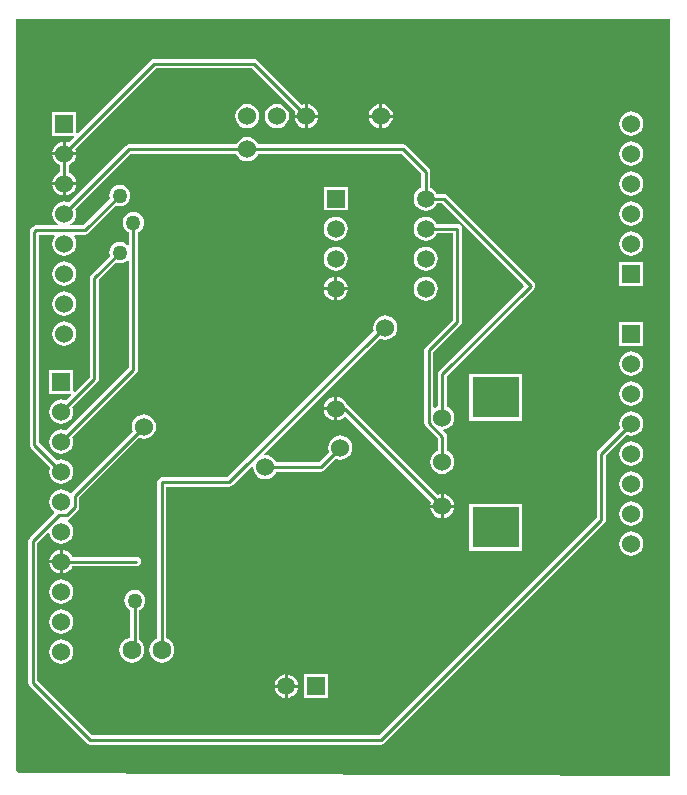
<source format=gbl>
G04 Layer_Physical_Order=2*
G04 Layer_Color=16711680*
%FSLAX25Y25*%
%MOIN*%
G70*
G01*
G75*
%ADD17C,0.01000*%
%ADD18C,0.06000*%
%ADD19R,0.15748X0.13780*%
%ADD20C,0.06000*%
%ADD21C,0.05906*%
%ADD22R,0.05906X0.05906*%
%ADD23C,0.06299*%
%ADD24R,0.06000X0.06000*%
%ADD25C,0.05000*%
G36*
X320500Y247854D02*
X320146Y247502D01*
X103500Y248500D01*
X102500Y249500D01*
Y500000D01*
X320500D01*
Y247854D01*
D02*
G37*
%LPC*%
G36*
X307500Y359034D02*
X306456Y358897D01*
X305483Y358494D01*
X304647Y357853D01*
X304006Y357017D01*
X303603Y356044D01*
X303466Y355000D01*
X303603Y353956D01*
X304006Y352983D01*
X304647Y352147D01*
X305483Y351506D01*
X306456Y351103D01*
X307500Y350965D01*
X308544Y351103D01*
X309517Y351506D01*
X310353Y352147D01*
X310994Y352983D01*
X311397Y353956D01*
X311535Y355000D01*
X311397Y356044D01*
X310994Y357017D01*
X310353Y357853D01*
X309517Y358494D01*
X308544Y358897D01*
X307500Y359034D01*
D02*
G37*
G36*
Y369035D02*
X306456Y368897D01*
X305483Y368494D01*
X304647Y367853D01*
X304006Y367017D01*
X303603Y366044D01*
X303466Y365000D01*
X303603Y363956D01*
X303805Y363468D01*
X296419Y356081D01*
X296087Y355585D01*
X295971Y355000D01*
Y333633D01*
X223366Y261029D01*
X127634D01*
X109529Y279134D01*
Y325231D01*
X113001Y328701D01*
X113528Y328522D01*
X113603Y327956D01*
X114006Y326983D01*
X114647Y326147D01*
X115483Y325506D01*
X116456Y325103D01*
X117500Y324966D01*
X118544Y325103D01*
X119517Y325506D01*
X120353Y326147D01*
X120994Y326983D01*
X121397Y327956D01*
X121535Y329000D01*
X121397Y330044D01*
X120994Y331017D01*
X120353Y331853D01*
X119520Y332492D01*
X119518Y332505D01*
X119573Y333012D01*
X119949Y333087D01*
X120445Y333419D01*
X123081Y336055D01*
X123413Y336551D01*
X123529Y337136D01*
Y340367D01*
X143468Y360305D01*
X143956Y360103D01*
X145000Y359965D01*
X146044Y360103D01*
X147017Y360506D01*
X147853Y361147D01*
X148494Y361983D01*
X148897Y362956D01*
X149035Y364000D01*
X148897Y365044D01*
X148494Y366017D01*
X147853Y366853D01*
X147017Y367494D01*
X146044Y367897D01*
X145000Y368035D01*
X143956Y367897D01*
X142983Y367494D01*
X142147Y366853D01*
X141506Y366017D01*
X141103Y365044D01*
X140965Y364000D01*
X141103Y362956D01*
X141305Y362468D01*
X120919Y342081D01*
X120867Y342004D01*
X120680Y341949D01*
X120228Y341948D01*
X119517Y342494D01*
X118544Y342897D01*
X117500Y343035D01*
X116456Y342897D01*
X115483Y342494D01*
X114647Y341853D01*
X114006Y341017D01*
X113603Y340044D01*
X113465Y339000D01*
X113603Y337956D01*
X114006Y336983D01*
X114647Y336147D01*
X115180Y335738D01*
X115213Y335239D01*
X106919Y326945D01*
X106587Y326449D01*
X106471Y325864D01*
Y278500D01*
X106587Y277915D01*
X106919Y277419D01*
X125919Y258419D01*
X126415Y258087D01*
X127000Y257971D01*
X224000D01*
X224585Y258087D01*
X225081Y258419D01*
X298581Y331919D01*
X298913Y332415D01*
X299029Y333000D01*
Y354366D01*
X305968Y361305D01*
X306456Y361103D01*
X307500Y360965D01*
X308544Y361103D01*
X309517Y361506D01*
X310353Y362147D01*
X310994Y362983D01*
X311397Y363956D01*
X311535Y365000D01*
X311397Y366044D01*
X310994Y367017D01*
X310353Y367853D01*
X309517Y368494D01*
X308544Y368897D01*
X307500Y369035D01*
D02*
G37*
G36*
X271091Y381583D02*
X253343D01*
Y365803D01*
X271091D01*
Y381583D01*
D02*
G37*
G36*
X307500Y349035D02*
X306456Y348897D01*
X305483Y348494D01*
X304647Y347853D01*
X304006Y347017D01*
X303603Y346044D01*
X303466Y345000D01*
X303603Y343956D01*
X304006Y342983D01*
X304647Y342147D01*
X305483Y341506D01*
X306456Y341103D01*
X307500Y340966D01*
X308544Y341103D01*
X309517Y341506D01*
X310353Y342147D01*
X310994Y342983D01*
X311397Y343956D01*
X311535Y345000D01*
X311397Y346044D01*
X310994Y347017D01*
X310353Y347853D01*
X309517Y348494D01*
X308544Y348897D01*
X307500Y349035D01*
D02*
G37*
G36*
X248469Y336972D02*
X245000D01*
Y333504D01*
X245544Y333575D01*
X246517Y333978D01*
X247353Y334620D01*
X247994Y335455D01*
X248397Y336428D01*
X248469Y336972D01*
D02*
G37*
G36*
X209500Y373969D02*
Y370000D01*
Y366031D01*
X210044Y366103D01*
X211017Y366506D01*
X211853Y367147D01*
X211974Y367304D01*
X212472Y367337D01*
X240805Y339004D01*
X240603Y338517D01*
X240531Y337972D01*
X244000D01*
Y341441D01*
X243456Y341370D01*
X242968Y341167D01*
X213054Y371081D01*
X212816Y371241D01*
X212494Y372017D01*
X211853Y372853D01*
X211017Y373494D01*
X210044Y373897D01*
X209500Y373969D01*
D02*
G37*
G36*
X245000Y341441D02*
Y337972D01*
X248469D01*
X248397Y338517D01*
X247994Y339490D01*
X247353Y340325D01*
X246517Y340966D01*
X245544Y341370D01*
X245000Y341441D01*
D02*
G37*
G36*
X208500Y369500D02*
X205031D01*
X205103Y368956D01*
X205506Y367983D01*
X206147Y367147D01*
X206983Y366506D01*
X207956Y366103D01*
X208500Y366031D01*
Y369500D01*
D02*
G37*
G36*
X118500Y399035D02*
X117456Y398897D01*
X116483Y398494D01*
X115647Y397853D01*
X115006Y397017D01*
X114603Y396044D01*
X114465Y395000D01*
X114603Y393956D01*
X115006Y392983D01*
X115647Y392147D01*
X116483Y391506D01*
X117456Y391103D01*
X118500Y390966D01*
X119544Y391103D01*
X120517Y391506D01*
X121353Y392147D01*
X121994Y392983D01*
X122397Y393956D01*
X122535Y395000D01*
X122397Y396044D01*
X121994Y397017D01*
X121353Y397853D01*
X120517Y398494D01*
X119544Y398897D01*
X118500Y399035D01*
D02*
G37*
G36*
X311500Y399000D02*
X303500D01*
Y391000D01*
X311500D01*
Y399000D01*
D02*
G37*
G36*
X225500Y401034D02*
X224456Y400897D01*
X223483Y400494D01*
X222647Y399853D01*
X222006Y399017D01*
X221603Y398044D01*
X221465Y397000D01*
X221603Y395956D01*
X221659Y395821D01*
X172866Y347029D01*
X151000D01*
X150415Y346913D01*
X149919Y346581D01*
X149587Y346085D01*
X149471Y345500D01*
Y293358D01*
X148907Y293125D01*
X148040Y292460D01*
X147375Y291593D01*
X146957Y290583D01*
X146815Y289500D01*
X146957Y288417D01*
X147375Y287407D01*
X148040Y286541D01*
X148907Y285875D01*
X149917Y285457D01*
X151000Y285315D01*
X152083Y285457D01*
X153093Y285875D01*
X153960Y286541D01*
X154625Y287407D01*
X155043Y288417D01*
X155185Y289500D01*
X155043Y290583D01*
X154625Y291593D01*
X153960Y292460D01*
X153093Y293125D01*
X152529Y293358D01*
Y343971D01*
X173500D01*
X174085Y344087D01*
X174581Y344419D01*
X181037Y350874D01*
X181486Y350653D01*
X181465Y350500D01*
X181603Y349456D01*
X182006Y348483D01*
X182647Y347647D01*
X183483Y347006D01*
X184456Y346603D01*
X185500Y346465D01*
X186544Y346603D01*
X187517Y347006D01*
X188353Y347647D01*
X188994Y348483D01*
X189196Y348971D01*
X204000D01*
X204585Y349087D01*
X205081Y349419D01*
X208968Y353305D01*
X209456Y353103D01*
X210500Y352965D01*
X211544Y353103D01*
X212517Y353506D01*
X213353Y354147D01*
X213994Y354983D01*
X214397Y355956D01*
X214534Y357000D01*
X214397Y358044D01*
X213994Y359017D01*
X213353Y359853D01*
X212517Y360494D01*
X211544Y360897D01*
X210500Y361034D01*
X209456Y360897D01*
X208483Y360494D01*
X207647Y359853D01*
X207006Y359017D01*
X206603Y358044D01*
X206466Y357000D01*
X206603Y355956D01*
X206805Y355468D01*
X203366Y352029D01*
X189196D01*
X188994Y352517D01*
X188353Y353353D01*
X187517Y353994D01*
X186544Y354397D01*
X185500Y354535D01*
X185347Y354514D01*
X185126Y354963D01*
X223614Y393451D01*
X224456Y393103D01*
X225500Y392966D01*
X226544Y393103D01*
X227517Y393506D01*
X228353Y394147D01*
X228994Y394983D01*
X229397Y395956D01*
X229535Y397000D01*
X229397Y398044D01*
X228994Y399017D01*
X228353Y399853D01*
X227517Y400494D01*
X226544Y400897D01*
X225500Y401034D01*
D02*
G37*
G36*
X307500Y389035D02*
X306456Y388897D01*
X305483Y388494D01*
X304647Y387853D01*
X304006Y387017D01*
X303603Y386044D01*
X303466Y385000D01*
X303603Y383956D01*
X304006Y382983D01*
X304647Y382147D01*
X305483Y381506D01*
X306456Y381103D01*
X307500Y380965D01*
X308544Y381103D01*
X309517Y381506D01*
X310353Y382147D01*
X310994Y382983D01*
X311397Y383956D01*
X311535Y385000D01*
X311397Y386044D01*
X310994Y387017D01*
X310353Y387853D01*
X309517Y388494D01*
X308544Y388897D01*
X307500Y389035D01*
D02*
G37*
G36*
X179500Y460534D02*
X178456Y460397D01*
X177483Y459994D01*
X176647Y459353D01*
X176006Y458517D01*
X175804Y458029D01*
X140000D01*
X139415Y457913D01*
X138919Y457581D01*
X120032Y438695D01*
X119544Y438897D01*
X118500Y439035D01*
X117456Y438897D01*
X116483Y438494D01*
X115647Y437853D01*
X115006Y437017D01*
X114603Y436044D01*
X114465Y435000D01*
X114603Y433956D01*
X115006Y432983D01*
X115647Y432147D01*
X116452Y431529D01*
X116455Y431476D01*
X116200Y431029D01*
X109000D01*
X108415Y430913D01*
X107919Y430581D01*
X107419Y430081D01*
X107087Y429585D01*
X106971Y429000D01*
Y358000D01*
X107087Y357415D01*
X107419Y356919D01*
X113805Y350532D01*
X113603Y350044D01*
X113465Y349000D01*
X113603Y347956D01*
X114006Y346983D01*
X114647Y346147D01*
X115483Y345506D01*
X116456Y345103D01*
X117500Y344966D01*
X118544Y345103D01*
X119517Y345506D01*
X120353Y346147D01*
X120994Y346983D01*
X121397Y347956D01*
X121535Y349000D01*
X121397Y350044D01*
X120994Y351017D01*
X120353Y351853D01*
X119517Y352494D01*
X118544Y352897D01*
X117500Y353034D01*
X116456Y352897D01*
X115968Y352695D01*
X110029Y358633D01*
Y427971D01*
X115107D01*
X115354Y427471D01*
X115006Y427017D01*
X114603Y426044D01*
X114465Y425000D01*
X114603Y423956D01*
X115006Y422983D01*
X115647Y422147D01*
X116483Y421506D01*
X117456Y421103D01*
X118500Y420965D01*
X119544Y421103D01*
X120517Y421506D01*
X121353Y422147D01*
X121994Y422983D01*
X122397Y423956D01*
X122535Y425000D01*
X122397Y426044D01*
X121994Y427017D01*
X121646Y427471D01*
X121893Y427971D01*
X125500D01*
X126085Y428087D01*
X126581Y428419D01*
X135851Y437688D01*
X136086Y437590D01*
X137000Y437470D01*
X137914Y437590D01*
X138765Y437943D01*
X139496Y438504D01*
X140057Y439235D01*
X140410Y440086D01*
X140530Y441000D01*
X140410Y441914D01*
X140057Y442765D01*
X139496Y443496D01*
X138765Y444057D01*
X137914Y444410D01*
X137000Y444530D01*
X136086Y444410D01*
X135235Y444057D01*
X134504Y443496D01*
X133943Y442765D01*
X133590Y441914D01*
X133470Y441000D01*
X133590Y440086D01*
X133688Y439851D01*
X124866Y431029D01*
X120800D01*
X120545Y431476D01*
X120548Y431529D01*
X121353Y432147D01*
X121994Y432983D01*
X122397Y433956D01*
X122535Y435000D01*
X122397Y436044D01*
X122195Y436532D01*
X140633Y454971D01*
X175804D01*
X176006Y454483D01*
X176647Y453647D01*
X177483Y453006D01*
X178456Y452603D01*
X179500Y452465D01*
X180544Y452603D01*
X181517Y453006D01*
X182353Y453647D01*
X182994Y454483D01*
X183196Y454971D01*
X230867D01*
X237471Y448366D01*
Y443645D01*
X237007Y443453D01*
X236181Y442819D01*
X235547Y441993D01*
X235149Y441032D01*
X235013Y440000D01*
X235149Y438968D01*
X235547Y438007D01*
X236181Y437181D01*
X237007Y436547D01*
X237968Y436149D01*
X239000Y436013D01*
X240032Y436149D01*
X240993Y436547D01*
X241819Y437181D01*
X242453Y438007D01*
X242645Y438471D01*
X244367D01*
X271837Y411000D01*
X243419Y382581D01*
X243087Y382085D01*
X242971Y381500D01*
Y370696D01*
X242483Y370494D01*
X242029Y370146D01*
X241529Y370393D01*
Y388866D01*
X250581Y397919D01*
X250913Y398415D01*
X251029Y399000D01*
Y430000D01*
X250913Y430585D01*
X250581Y431081D01*
X250085Y431413D01*
X249500Y431529D01*
X242645D01*
X242453Y431993D01*
X241819Y432819D01*
X240993Y433453D01*
X240032Y433851D01*
X239000Y433987D01*
X237968Y433851D01*
X237007Y433453D01*
X236181Y432819D01*
X235547Y431993D01*
X235149Y431032D01*
X235013Y430000D01*
X235149Y428968D01*
X235547Y428007D01*
X236181Y427181D01*
X237007Y426547D01*
X237968Y426149D01*
X239000Y426013D01*
X240032Y426149D01*
X240993Y426547D01*
X241819Y427181D01*
X242453Y428007D01*
X242645Y428471D01*
X247971D01*
Y399634D01*
X238919Y390581D01*
X238587Y390085D01*
X238471Y389500D01*
Y365136D01*
X238587Y364551D01*
X238919Y364055D01*
X242971Y360003D01*
Y355932D01*
X242483Y355730D01*
X241647Y355089D01*
X241006Y354254D01*
X240603Y353280D01*
X240465Y352236D01*
X240603Y351192D01*
X241006Y350219D01*
X241647Y349383D01*
X242483Y348742D01*
X243456Y348339D01*
X244500Y348202D01*
X245544Y348339D01*
X246517Y348742D01*
X247353Y349383D01*
X247994Y350219D01*
X248397Y351192D01*
X248534Y352236D01*
X248397Y353280D01*
X247994Y354254D01*
X247353Y355089D01*
X246517Y355730D01*
X246029Y355932D01*
Y360636D01*
X245913Y361221D01*
X245581Y361718D01*
X244798Y362501D01*
X244978Y363028D01*
X245544Y363103D01*
X246517Y363506D01*
X247353Y364147D01*
X247994Y364983D01*
X248397Y365956D01*
X248534Y367000D01*
X248397Y368044D01*
X247994Y369017D01*
X247353Y369853D01*
X246517Y370494D01*
X246029Y370696D01*
Y380867D01*
X275081Y409919D01*
X275413Y410415D01*
X275529Y411000D01*
X275413Y411585D01*
X275081Y412081D01*
X246081Y441081D01*
X245585Y441413D01*
X245000Y441529D01*
X242645D01*
X242453Y441993D01*
X241819Y442819D01*
X240993Y443453D01*
X240529Y443645D01*
Y449000D01*
X240413Y449585D01*
X240081Y450081D01*
X232581Y457581D01*
X232085Y457913D01*
X231500Y458029D01*
X183196D01*
X182994Y458517D01*
X182353Y459353D01*
X181517Y459994D01*
X180544Y460397D01*
X179500Y460534D01*
D02*
G37*
G36*
X208500Y373969D02*
X207956Y373897D01*
X206983Y373494D01*
X206147Y372853D01*
X205506Y372017D01*
X205103Y371044D01*
X205031Y370500D01*
X208500D01*
Y373969D01*
D02*
G37*
G36*
X307500Y379034D02*
X306456Y378897D01*
X305483Y378494D01*
X304647Y377853D01*
X304006Y377017D01*
X303603Y376044D01*
X303466Y375000D01*
X303603Y373956D01*
X304006Y372983D01*
X304647Y372147D01*
X305483Y371506D01*
X306456Y371103D01*
X307500Y370966D01*
X308544Y371103D01*
X309517Y371506D01*
X310353Y372147D01*
X310994Y372983D01*
X311397Y373956D01*
X311535Y375000D01*
X311397Y376044D01*
X310994Y377017D01*
X310353Y377853D01*
X309517Y378494D01*
X308544Y378897D01*
X307500Y379034D01*
D02*
G37*
G36*
X244000Y336972D02*
X240531D01*
X240603Y336428D01*
X241006Y335455D01*
X241647Y334620D01*
X242483Y333978D01*
X243456Y333575D01*
X244000Y333504D01*
Y336972D01*
D02*
G37*
G36*
X193000Y281421D02*
Y278000D01*
X196421D01*
X196351Y278532D01*
X195953Y279493D01*
X195319Y280319D01*
X194493Y280953D01*
X193532Y281351D01*
X193000Y281421D01*
D02*
G37*
G36*
X117500Y293035D02*
X116456Y292897D01*
X115483Y292494D01*
X114647Y291853D01*
X114006Y291017D01*
X113603Y290044D01*
X113465Y289000D01*
X113603Y287956D01*
X114006Y286983D01*
X114647Y286147D01*
X115483Y285506D01*
X116456Y285103D01*
X117500Y284965D01*
X118544Y285103D01*
X119517Y285506D01*
X120353Y286147D01*
X120994Y286983D01*
X121397Y287956D01*
X121535Y289000D01*
X121397Y290044D01*
X120994Y291017D01*
X120353Y291853D01*
X119517Y292494D01*
X118544Y292897D01*
X117500Y293035D01*
D02*
G37*
G36*
X142000Y309530D02*
X141086Y309410D01*
X140235Y309057D01*
X139504Y308496D01*
X138943Y307765D01*
X138590Y306914D01*
X138470Y306000D01*
X138590Y305086D01*
X138943Y304235D01*
X139504Y303504D01*
X140235Y302943D01*
X140471Y302845D01*
Y293616D01*
X139917Y293543D01*
X138907Y293125D01*
X138040Y292460D01*
X137375Y291593D01*
X136957Y290583D01*
X136815Y289500D01*
X136957Y288417D01*
X137375Y287407D01*
X138040Y286541D01*
X138907Y285875D01*
X139917Y285457D01*
X141000Y285315D01*
X142083Y285457D01*
X143093Y285875D01*
X143959Y286541D01*
X144625Y287407D01*
X145043Y288417D01*
X145185Y289500D01*
X145043Y290583D01*
X144625Y291593D01*
X143959Y292460D01*
X143529Y292790D01*
Y302845D01*
X143765Y302943D01*
X144496Y303504D01*
X145057Y304235D01*
X145410Y305086D01*
X145530Y306000D01*
X145410Y306914D01*
X145057Y307765D01*
X144496Y308496D01*
X143765Y309057D01*
X142914Y309410D01*
X142000Y309530D01*
D02*
G37*
G36*
X192000Y281421D02*
X191468Y281351D01*
X190507Y280953D01*
X189681Y280319D01*
X189047Y279493D01*
X188649Y278532D01*
X188579Y278000D01*
X192000D01*
Y281421D01*
D02*
G37*
G36*
X206453Y281453D02*
X198547D01*
Y273547D01*
X206453D01*
Y281453D01*
D02*
G37*
G36*
X192000Y277000D02*
X188579D01*
X188649Y276468D01*
X189047Y275507D01*
X189681Y274681D01*
X190507Y274047D01*
X191468Y273649D01*
X192000Y273579D01*
Y277000D01*
D02*
G37*
G36*
X196421D02*
X193000D01*
Y273579D01*
X193532Y273649D01*
X194493Y274047D01*
X195319Y274681D01*
X195953Y275507D01*
X196351Y276468D01*
X196421Y277000D01*
D02*
G37*
G36*
X117500Y303034D02*
X116456Y302897D01*
X115483Y302494D01*
X114647Y301853D01*
X114006Y301017D01*
X113603Y300044D01*
X113465Y299000D01*
X113603Y297956D01*
X114006Y296983D01*
X114647Y296147D01*
X115483Y295506D01*
X116456Y295103D01*
X117500Y294966D01*
X118544Y295103D01*
X119517Y295506D01*
X120353Y296147D01*
X120994Y296983D01*
X121397Y297956D01*
X121535Y299000D01*
X121397Y300044D01*
X120994Y301017D01*
X120353Y301853D01*
X119517Y302494D01*
X118544Y302897D01*
X117500Y303034D01*
D02*
G37*
G36*
X307500Y329034D02*
X306456Y328897D01*
X305483Y328494D01*
X304647Y327853D01*
X304006Y327017D01*
X303603Y326044D01*
X303466Y325000D01*
X303603Y323956D01*
X304006Y322983D01*
X304647Y322147D01*
X305483Y321506D01*
X306456Y321103D01*
X307500Y320966D01*
X308544Y321103D01*
X309517Y321506D01*
X310353Y322147D01*
X310994Y322983D01*
X311397Y323956D01*
X311535Y325000D01*
X311397Y326044D01*
X310994Y327017D01*
X310353Y327853D01*
X309517Y328494D01*
X308544Y328897D01*
X307500Y329034D01*
D02*
G37*
G36*
X271091Y338276D02*
X253343D01*
Y322496D01*
X271091D01*
Y338276D01*
D02*
G37*
G36*
X307500Y339035D02*
X306456Y338897D01*
X305483Y338494D01*
X304647Y337853D01*
X304006Y337017D01*
X303603Y336044D01*
X303466Y335000D01*
X303603Y333956D01*
X304006Y332983D01*
X304647Y332147D01*
X305483Y331506D01*
X306456Y331103D01*
X307500Y330965D01*
X308544Y331103D01*
X309517Y331506D01*
X310353Y332147D01*
X310994Y332983D01*
X311397Y333956D01*
X311535Y335000D01*
X311397Y336044D01*
X310994Y337017D01*
X310353Y337853D01*
X309517Y338494D01*
X308544Y338897D01*
X307500Y339035D01*
D02*
G37*
G36*
X117000Y322969D02*
X116456Y322897D01*
X115483Y322494D01*
X114647Y321853D01*
X114006Y321017D01*
X113603Y320044D01*
X113531Y319500D01*
X117000D01*
Y322969D01*
D02*
G37*
G36*
X117500Y313035D02*
X116456Y312897D01*
X115483Y312494D01*
X114647Y311853D01*
X114006Y311017D01*
X113603Y310044D01*
X113465Y309000D01*
X113603Y307956D01*
X114006Y306983D01*
X114647Y306147D01*
X115483Y305506D01*
X116456Y305103D01*
X117500Y304965D01*
X118544Y305103D01*
X119517Y305506D01*
X120353Y306147D01*
X120994Y306983D01*
X121397Y307956D01*
X121535Y309000D01*
X121397Y310044D01*
X120994Y311017D01*
X120353Y311853D01*
X119517Y312494D01*
X118544Y312897D01*
X117500Y313035D01*
D02*
G37*
G36*
X117000Y318500D02*
X113531D01*
X113603Y317956D01*
X114006Y316983D01*
X114647Y316147D01*
X115483Y315506D01*
X116456Y315103D01*
X117000Y315031D01*
Y318500D01*
D02*
G37*
G36*
X118000Y322969D02*
Y319000D01*
Y315031D01*
X118544Y315103D01*
X119517Y315506D01*
X120353Y316147D01*
X120994Y316983D01*
X121196Y317471D01*
X142500D01*
X143085Y317587D01*
X143581Y317919D01*
X143913Y318415D01*
X144029Y319000D01*
X143913Y319585D01*
X143581Y320081D01*
X143085Y320413D01*
X142500Y320529D01*
X121196D01*
X120994Y321017D01*
X120353Y321853D01*
X119517Y322494D01*
X118544Y322897D01*
X118000Y322969D01*
D02*
G37*
G36*
X307500Y469034D02*
X306456Y468897D01*
X305483Y468494D01*
X304647Y467853D01*
X304006Y467017D01*
X303603Y466044D01*
X303466Y465000D01*
X303603Y463956D01*
X304006Y462983D01*
X304647Y462147D01*
X305483Y461506D01*
X306456Y461103D01*
X307500Y460965D01*
X308544Y461103D01*
X309517Y461506D01*
X310353Y462147D01*
X310994Y462983D01*
X311397Y463956D01*
X311535Y465000D01*
X311397Y466044D01*
X310994Y467017D01*
X310353Y467853D01*
X309517Y468494D01*
X308544Y468897D01*
X307500Y469034D01*
D02*
G37*
G36*
X118000Y458969D02*
X117456Y458897D01*
X116483Y458494D01*
X115647Y457853D01*
X115006Y457017D01*
X114603Y456044D01*
X114531Y455500D01*
X118000D01*
Y458969D01*
D02*
G37*
G36*
X189342Y471534D02*
X188298Y471397D01*
X187325Y470994D01*
X186490Y470353D01*
X185848Y469517D01*
X185445Y468544D01*
X185308Y467500D01*
X185445Y466456D01*
X185848Y465483D01*
X186490Y464647D01*
X187325Y464006D01*
X188298Y463603D01*
X189342Y463465D01*
X190387Y463603D01*
X191360Y464006D01*
X192195Y464647D01*
X192836Y465483D01*
X193240Y466456D01*
X193377Y467500D01*
X193240Y468544D01*
X192836Y469517D01*
X192195Y470353D01*
X191360Y470994D01*
X190387Y471397D01*
X189342Y471534D01*
D02*
G37*
G36*
X179500D02*
X178456Y471397D01*
X177483Y470994D01*
X176647Y470353D01*
X176006Y469517D01*
X175603Y468544D01*
X175466Y467500D01*
X175603Y466456D01*
X176006Y465483D01*
X176647Y464647D01*
X177483Y464006D01*
X178456Y463603D01*
X179500Y463465D01*
X180544Y463603D01*
X181517Y464006D01*
X182353Y464647D01*
X182994Y465483D01*
X183397Y466456D01*
X183535Y467500D01*
X183397Y468544D01*
X182994Y469517D01*
X182353Y470353D01*
X181517Y470994D01*
X180544Y471397D01*
X179500Y471534D01*
D02*
G37*
G36*
X122469Y444500D02*
X119000D01*
Y441031D01*
X119544Y441103D01*
X120517Y441506D01*
X121353Y442147D01*
X121994Y442983D01*
X122397Y443956D01*
X122469Y444500D01*
D02*
G37*
G36*
X118000D02*
X114531D01*
X114603Y443956D01*
X115006Y442983D01*
X115647Y442147D01*
X116483Y441506D01*
X117456Y441103D01*
X118000Y441031D01*
Y444500D01*
D02*
G37*
G36*
X307500Y459034D02*
X306456Y458897D01*
X305483Y458494D01*
X304647Y457853D01*
X304006Y457017D01*
X303603Y456044D01*
X303466Y455000D01*
X303603Y453956D01*
X304006Y452983D01*
X304647Y452147D01*
X305483Y451506D01*
X306456Y451103D01*
X307500Y450965D01*
X308544Y451103D01*
X309517Y451506D01*
X310353Y452147D01*
X310994Y452983D01*
X311397Y453956D01*
X311535Y455000D01*
X311397Y456044D01*
X310994Y457017D01*
X310353Y457853D01*
X309517Y458494D01*
X308544Y458897D01*
X307500Y459034D01*
D02*
G37*
G36*
X122469Y454500D02*
X114531D01*
X114603Y453956D01*
X115006Y452983D01*
X115647Y452147D01*
X116483Y451506D01*
X116971Y451304D01*
Y448696D01*
X116483Y448494D01*
X115647Y447853D01*
X115006Y447017D01*
X114603Y446044D01*
X114531Y445500D01*
X122469D01*
X122397Y446044D01*
X121994Y447017D01*
X121353Y447853D01*
X120517Y448494D01*
X120029Y448696D01*
Y451304D01*
X120517Y451506D01*
X121353Y452147D01*
X121994Y452983D01*
X122397Y453956D01*
X122469Y454500D01*
D02*
G37*
G36*
X199685Y471469D02*
Y468000D01*
X203154D01*
X203082Y468544D01*
X202679Y469517D01*
X202038Y470353D01*
X201202Y470994D01*
X200229Y471397D01*
X199685Y471469D01*
D02*
G37*
G36*
X181685Y486529D02*
X148500D01*
X147915Y486413D01*
X147419Y486081D01*
X122962Y461625D01*
X122500Y461816D01*
Y469000D01*
X114500D01*
Y461000D01*
X121684D01*
X121875Y460538D01*
X120032Y458695D01*
X119544Y458897D01*
X119000Y458969D01*
Y455500D01*
X122469D01*
X122397Y456044D01*
X122195Y456532D01*
X149134Y483471D01*
X181052D01*
X195490Y469032D01*
X195288Y468544D01*
X195216Y468000D01*
X198685D01*
Y471469D01*
X198141Y471397D01*
X197653Y471195D01*
X182766Y486081D01*
X182270Y486413D01*
X181685Y486529D01*
D02*
G37*
G36*
X224500Y471469D02*
Y468000D01*
X227969D01*
X227897Y468544D01*
X227494Y469517D01*
X226853Y470353D01*
X226017Y470994D01*
X225044Y471397D01*
X224500Y471469D01*
D02*
G37*
G36*
X223500D02*
X222956Y471397D01*
X221983Y470994D01*
X221147Y470353D01*
X220506Y469517D01*
X220103Y468544D01*
X220031Y468000D01*
X223500D01*
Y471469D01*
D02*
G37*
G36*
X203154Y467000D02*
X199685D01*
Y463531D01*
X200229Y463603D01*
X201202Y464006D01*
X202038Y464647D01*
X202679Y465483D01*
X203082Y466456D01*
X203154Y467000D01*
D02*
G37*
G36*
X198685D02*
X195216D01*
X195288Y466456D01*
X195691Y465483D01*
X196332Y464647D01*
X197168Y464006D01*
X198141Y463603D01*
X198685Y463531D01*
Y467000D01*
D02*
G37*
G36*
X227969D02*
X224500D01*
Y463531D01*
X225044Y463603D01*
X226017Y464006D01*
X226853Y464647D01*
X227494Y465483D01*
X227897Y466456D01*
X227969Y467000D01*
D02*
G37*
G36*
X223500D02*
X220031D01*
X220103Y466456D01*
X220506Y465483D01*
X221147Y464647D01*
X221983Y464006D01*
X222956Y463603D01*
X223500Y463531D01*
Y467000D01*
D02*
G37*
G36*
X209500Y413921D02*
Y410500D01*
X212921D01*
X212851Y411032D01*
X212453Y411993D01*
X211819Y412819D01*
X210993Y413453D01*
X210032Y413851D01*
X209500Y413921D01*
D02*
G37*
G36*
X208500D02*
X207968Y413851D01*
X207007Y413453D01*
X206181Y412819D01*
X205547Y411993D01*
X205149Y411032D01*
X205079Y410500D01*
X208500D01*
Y413921D01*
D02*
G37*
G36*
X311500Y419000D02*
X303500D01*
Y411000D01*
X311500D01*
Y419000D01*
D02*
G37*
G36*
X118500Y419034D02*
X117456Y418897D01*
X116483Y418494D01*
X115647Y417853D01*
X115006Y417017D01*
X114603Y416044D01*
X114465Y415000D01*
X114603Y413956D01*
X115006Y412983D01*
X115647Y412147D01*
X116483Y411506D01*
X117456Y411103D01*
X118500Y410965D01*
X119544Y411103D01*
X120517Y411506D01*
X121353Y412147D01*
X121994Y412983D01*
X122397Y413956D01*
X122535Y415000D01*
X122397Y416044D01*
X121994Y417017D01*
X121353Y417853D01*
X120517Y418494D01*
X119544Y418897D01*
X118500Y419034D01*
D02*
G37*
G36*
X239000Y413987D02*
X237968Y413851D01*
X237007Y413453D01*
X236181Y412819D01*
X235547Y411993D01*
X235149Y411032D01*
X235013Y410000D01*
X235149Y408968D01*
X235547Y408007D01*
X236181Y407181D01*
X237007Y406547D01*
X237968Y406149D01*
X239000Y406013D01*
X240032Y406149D01*
X240993Y406547D01*
X241819Y407181D01*
X242453Y408007D01*
X242851Y408968D01*
X242987Y410000D01*
X242851Y411032D01*
X242453Y411993D01*
X241819Y412819D01*
X240993Y413453D01*
X240032Y413851D01*
X239000Y413987D01*
D02*
G37*
G36*
X118500Y409034D02*
X117456Y408897D01*
X116483Y408494D01*
X115647Y407853D01*
X115006Y407017D01*
X114603Y406044D01*
X114465Y405000D01*
X114603Y403956D01*
X115006Y402983D01*
X115647Y402147D01*
X116483Y401506D01*
X117456Y401103D01*
X118500Y400965D01*
X119544Y401103D01*
X120517Y401506D01*
X121353Y402147D01*
X121994Y402983D01*
X122397Y403956D01*
X122535Y405000D01*
X122397Y406044D01*
X121994Y407017D01*
X121353Y407853D01*
X120517Y408494D01*
X119544Y408897D01*
X118500Y409034D01*
D02*
G37*
G36*
X212921Y409500D02*
X209500D01*
Y406079D01*
X210032Y406149D01*
X210993Y406547D01*
X211819Y407181D01*
X212453Y408007D01*
X212851Y408968D01*
X212921Y409500D01*
D02*
G37*
G36*
X208500D02*
X205079D01*
X205149Y408968D01*
X205547Y408007D01*
X206181Y407181D01*
X207007Y406547D01*
X207968Y406149D01*
X208500Y406079D01*
Y409500D01*
D02*
G37*
G36*
X307500Y439035D02*
X306456Y438897D01*
X305483Y438494D01*
X304647Y437853D01*
X304006Y437017D01*
X303603Y436044D01*
X303466Y435000D01*
X303603Y433956D01*
X304006Y432983D01*
X304647Y432147D01*
X305483Y431506D01*
X306456Y431103D01*
X307500Y430966D01*
X308544Y431103D01*
X309517Y431506D01*
X310353Y432147D01*
X310994Y432983D01*
X311397Y433956D01*
X311535Y435000D01*
X311397Y436044D01*
X310994Y437017D01*
X310353Y437853D01*
X309517Y438494D01*
X308544Y438897D01*
X307500Y439035D01*
D02*
G37*
G36*
X209000Y433987D02*
X207968Y433851D01*
X207007Y433453D01*
X206181Y432819D01*
X205547Y431993D01*
X205149Y431032D01*
X205013Y430000D01*
X205149Y428968D01*
X205547Y428007D01*
X206181Y427181D01*
X207007Y426547D01*
X207968Y426149D01*
X209000Y426013D01*
X210032Y426149D01*
X210993Y426547D01*
X211819Y427181D01*
X212453Y428007D01*
X212851Y428968D01*
X212987Y430000D01*
X212851Y431032D01*
X212453Y431993D01*
X211819Y432819D01*
X210993Y433453D01*
X210032Y433851D01*
X209000Y433987D01*
D02*
G37*
G36*
X307500Y449035D02*
X306456Y448897D01*
X305483Y448494D01*
X304647Y447853D01*
X304006Y447017D01*
X303603Y446044D01*
X303466Y445000D01*
X303603Y443956D01*
X304006Y442983D01*
X304647Y442147D01*
X305483Y441506D01*
X306456Y441103D01*
X307500Y440966D01*
X308544Y441103D01*
X309517Y441506D01*
X310353Y442147D01*
X310994Y442983D01*
X311397Y443956D01*
X311535Y445000D01*
X311397Y446044D01*
X310994Y447017D01*
X310353Y447853D01*
X309517Y448494D01*
X308544Y448897D01*
X307500Y449035D01*
D02*
G37*
G36*
X212953Y443953D02*
X205047D01*
Y436047D01*
X212953D01*
Y443953D01*
D02*
G37*
G36*
X239000Y423987D02*
X237968Y423851D01*
X237007Y423453D01*
X236181Y422819D01*
X235547Y421993D01*
X235149Y421032D01*
X235013Y420000D01*
X235149Y418968D01*
X235547Y418007D01*
X236181Y417181D01*
X237007Y416547D01*
X237968Y416149D01*
X239000Y416013D01*
X240032Y416149D01*
X240993Y416547D01*
X241819Y417181D01*
X242453Y418007D01*
X242851Y418968D01*
X242987Y420000D01*
X242851Y421032D01*
X242453Y421993D01*
X241819Y422819D01*
X240993Y423453D01*
X240032Y423851D01*
X239000Y423987D01*
D02*
G37*
G36*
X209000D02*
X207968Y423851D01*
X207007Y423453D01*
X206181Y422819D01*
X205547Y421993D01*
X205149Y421032D01*
X205013Y420000D01*
X205149Y418968D01*
X205547Y418007D01*
X206181Y417181D01*
X207007Y416547D01*
X207968Y416149D01*
X209000Y416013D01*
X210032Y416149D01*
X210993Y416547D01*
X211819Y417181D01*
X212453Y418007D01*
X212851Y418968D01*
X212987Y420000D01*
X212851Y421032D01*
X212453Y421993D01*
X211819Y422819D01*
X210993Y423453D01*
X210032Y423851D01*
X209000Y423987D01*
D02*
G37*
G36*
X141500Y435530D02*
X140586Y435410D01*
X139735Y435057D01*
X139004Y434496D01*
X138443Y433765D01*
X138090Y432914D01*
X137970Y432000D01*
X138090Y431086D01*
X138443Y430235D01*
X139004Y429504D01*
X139735Y428943D01*
X139971Y428845D01*
Y424656D01*
X139642Y424544D01*
X139471Y424516D01*
X138765Y425057D01*
X137914Y425410D01*
X137000Y425530D01*
X136086Y425410D01*
X135235Y425057D01*
X134504Y424496D01*
X133943Y423765D01*
X133590Y422914D01*
X133470Y422000D01*
X133590Y421086D01*
X133688Y420851D01*
X127419Y414581D01*
X127087Y414085D01*
X126971Y413500D01*
Y380633D01*
X121962Y375625D01*
X121500Y375816D01*
Y383000D01*
X113500D01*
Y375000D01*
X120684D01*
X120875Y374538D01*
X119032Y372695D01*
X118544Y372897D01*
X117500Y373035D01*
X116456Y372897D01*
X115483Y372494D01*
X114647Y371853D01*
X114006Y371017D01*
X113603Y370044D01*
X113465Y369000D01*
X113603Y367956D01*
X114006Y366983D01*
X114647Y366147D01*
X115483Y365506D01*
X116456Y365103D01*
X117500Y364966D01*
X118544Y365103D01*
X119517Y365506D01*
X120353Y366147D01*
X120994Y366983D01*
X121397Y367956D01*
X121535Y369000D01*
X121397Y370044D01*
X121195Y370532D01*
X129581Y378919D01*
X129913Y379415D01*
X130029Y380000D01*
Y412866D01*
X135851Y418688D01*
X136086Y418590D01*
X137000Y418470D01*
X137914Y418590D01*
X138765Y418943D01*
X139471Y419484D01*
X139642Y419456D01*
X139971Y419344D01*
Y383633D01*
X119032Y362695D01*
X118544Y362897D01*
X117500Y363035D01*
X116456Y362897D01*
X115483Y362494D01*
X114647Y361853D01*
X114006Y361017D01*
X113603Y360044D01*
X113465Y359000D01*
X113603Y357956D01*
X114006Y356983D01*
X114647Y356147D01*
X115483Y355506D01*
X116456Y355103D01*
X117500Y354965D01*
X118544Y355103D01*
X119517Y355506D01*
X120353Y356147D01*
X120994Y356983D01*
X121397Y357956D01*
X121535Y359000D01*
X121397Y360044D01*
X121195Y360532D01*
X142581Y381919D01*
X142913Y382415D01*
X143029Y383000D01*
Y428845D01*
X143265Y428943D01*
X143996Y429504D01*
X144557Y430235D01*
X144910Y431086D01*
X145030Y432000D01*
X144910Y432914D01*
X144557Y433765D01*
X143996Y434496D01*
X143265Y435057D01*
X142414Y435410D01*
X141500Y435530D01*
D02*
G37*
G36*
X307500Y429035D02*
X306456Y428897D01*
X305483Y428494D01*
X304647Y427853D01*
X304006Y427017D01*
X303603Y426044D01*
X303466Y425000D01*
X303603Y423956D01*
X304006Y422983D01*
X304647Y422147D01*
X305483Y421506D01*
X306456Y421103D01*
X307500Y420965D01*
X308544Y421103D01*
X309517Y421506D01*
X310353Y422147D01*
X310994Y422983D01*
X311397Y423956D01*
X311535Y425000D01*
X311397Y426044D01*
X310994Y427017D01*
X310353Y427853D01*
X309517Y428494D01*
X308544Y428897D01*
X307500Y429035D01*
D02*
G37*
%LPD*%
D17*
X239000Y430000D02*
X249500D01*
Y399000D02*
Y430000D01*
X240000Y389500D02*
X249500Y399000D01*
X240000Y365136D02*
Y389500D01*
Y365136D02*
X244500Y360636D01*
Y352236D02*
Y360636D01*
X239000Y440000D02*
Y449000D01*
X231500Y456500D02*
X239000Y449000D01*
Y440000D02*
X245000D01*
X274000Y411000D01*
X244500Y381500D02*
X274000Y411000D01*
X244500Y367000D02*
Y381500D01*
X145000Y364000D02*
X146000Y365000D01*
X122000Y341000D02*
X145000Y364000D01*
X122000Y337136D02*
Y341000D01*
X119364Y334500D02*
X122000Y337136D01*
X116636Y334500D02*
X119364D01*
X108000Y325864D02*
X116636Y334500D01*
X108000Y278500D02*
Y325864D01*
Y278500D02*
X127000Y259500D01*
X224000D01*
X297500Y333000D01*
Y355000D01*
X307500Y365000D01*
X210500Y357000D02*
X211500Y358000D01*
X204000Y350500D02*
X210500Y357000D01*
X209000Y370000D02*
X211972D01*
X244500Y337472D01*
X185500Y350500D02*
X204000D01*
X179500Y456500D02*
X231500D01*
X118500Y435000D02*
X140000Y456500D01*
X179500D01*
X225500Y397000D02*
X226000D01*
X225000D02*
X225500D01*
X173500Y345500D02*
X225000Y397000D01*
X151000Y345500D02*
X173500D01*
X151000Y289500D02*
Y345500D01*
X142000Y290500D02*
Y306000D01*
X117500Y319000D02*
X142500D01*
X141500Y383000D02*
Y432000D01*
X117500Y359000D02*
X141500Y383000D01*
X137000Y422000D02*
Y423000D01*
X128500Y413500D02*
X137000Y422000D01*
X128500Y380000D02*
Y413500D01*
X117500Y369000D02*
X128500Y380000D01*
X109000Y429500D02*
X125500D01*
X137000Y441000D01*
X108500Y429000D02*
X109000Y429500D01*
X108500Y358000D02*
Y429000D01*
Y358000D02*
X117500Y349000D01*
X181685Y485000D02*
X199185Y467500D01*
X148500Y485000D02*
X181685D01*
X118500Y455000D02*
X148500Y485000D01*
X118500Y445000D02*
Y455000D01*
D18*
X145000Y364000D02*
D03*
X210500Y357000D02*
D03*
X209000Y370000D02*
D03*
X185500Y350500D02*
D03*
X179500Y456500D02*
D03*
X224000Y467500D02*
D03*
X225500Y397000D02*
D03*
D19*
X262216Y373693D02*
D03*
Y330386D02*
D03*
D20*
X244500Y352236D02*
D03*
Y337472D02*
D03*
Y367000D02*
D03*
X199185Y467500D02*
D03*
X189342D02*
D03*
X179500D02*
D03*
X307500Y425000D02*
D03*
Y435000D02*
D03*
Y445000D02*
D03*
Y455000D02*
D03*
Y465000D02*
D03*
Y365000D02*
D03*
Y355000D02*
D03*
Y345000D02*
D03*
Y335000D02*
D03*
Y325000D02*
D03*
Y385000D02*
D03*
Y375000D02*
D03*
X118500Y435000D02*
D03*
Y425000D02*
D03*
Y415000D02*
D03*
Y405000D02*
D03*
Y395000D02*
D03*
Y455000D02*
D03*
Y445000D02*
D03*
X117500Y369000D02*
D03*
Y359000D02*
D03*
Y349000D02*
D03*
Y339000D02*
D03*
Y329000D02*
D03*
Y319000D02*
D03*
Y309000D02*
D03*
Y299000D02*
D03*
Y289000D02*
D03*
D21*
X192500Y277500D02*
D03*
X209000Y430000D02*
D03*
Y420000D02*
D03*
Y410000D02*
D03*
X239000Y440000D02*
D03*
Y430000D02*
D03*
Y420000D02*
D03*
Y410000D02*
D03*
D22*
X202500Y277500D02*
D03*
X209000Y440000D02*
D03*
D23*
X141000Y289500D02*
D03*
X151000D02*
D03*
D24*
X307500Y415000D02*
D03*
Y395000D02*
D03*
X118500Y465000D02*
D03*
X117500Y379000D02*
D03*
D25*
X142000Y306000D02*
D03*
X141500Y432000D02*
D03*
X137000Y422000D02*
D03*
Y441000D02*
D03*
M02*

</source>
